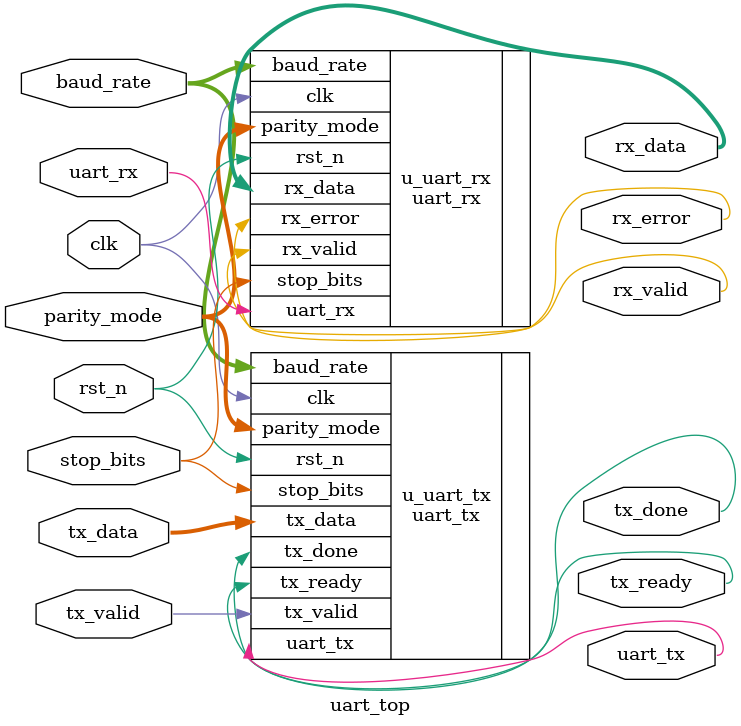
<source format=sv>

module uart_top #(
    parameter CLK_FREQ   = 50_000_000,  // System clock frequency
    parameter DATA_WIDTH = 8            // Data width (typically 8)
)(
    input  logic                    clk,
    input  logic                    rst_n,
    
    // Configuration
    input  logic [31:0]             baud_rate,      // Baud rate
    input  logic [1:0]              parity_mode,    // 0: None, 1: Even, 2: Odd
    input  logic                    stop_bits,      // 0: 1 stop bit, 1: 2 stop bits
    
    // TX interface
    input  logic [DATA_WIDTH-1:0]   tx_data,
    input  logic                    tx_valid,
    output logic                    tx_ready,
    output logic                    tx_done,
    
    // RX interface
    output logic [DATA_WIDTH-1:0]   rx_data,
    output logic                    rx_valid,
    output logic                    rx_error,
    
    // UART serial interface
    output logic                    uart_tx,
    input  logic                    uart_rx
);

    // TX instance
    uart_tx #(
        .CLK_FREQ   (CLK_FREQ),
        .DATA_WIDTH (DATA_WIDTH)
    ) u_uart_tx (
        .clk            (clk),
        .rst_n          (rst_n),
        .baud_rate      (baud_rate),
        .parity_mode    (parity_mode),
        .stop_bits      (stop_bits),
        .tx_data        (tx_data),
        .tx_valid       (tx_valid),
        .tx_ready       (tx_ready),
        .uart_tx        (uart_tx),
        .tx_done        (tx_done)
    );
    
    // RX instance
    uart_rx #(
        .CLK_FREQ   (CLK_FREQ),
        .DATA_WIDTH (DATA_WIDTH)
    ) u_uart_rx (
        .clk            (clk),
        .rst_n          (rst_n),
        .baud_rate      (baud_rate),
        .parity_mode    (parity_mode),
        .stop_bits      (stop_bits),
        .rx_data        (rx_data),
        .rx_valid       (rx_valid),
        .rx_error       (rx_error),
        .uart_rx        (uart_rx)
    );

endmodule

</source>
